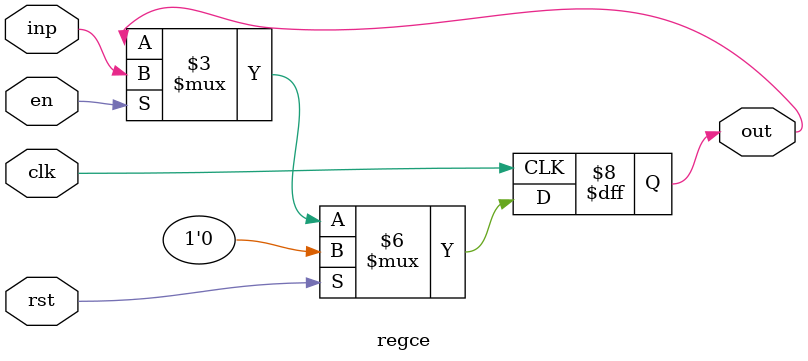
<source format=sv>
module regce #(parameter WIDTH=1)(
  output logic [WIDTH-1:0] out,
  input logic [WIDTH-1:0]  inp,
  input clk, rst, en);

  always_ff @(posedge clk)
    if(rst)
      out <= 0;
    else if(en)
      out <= inp;
    else
      out <= out;
endmodule


</source>
